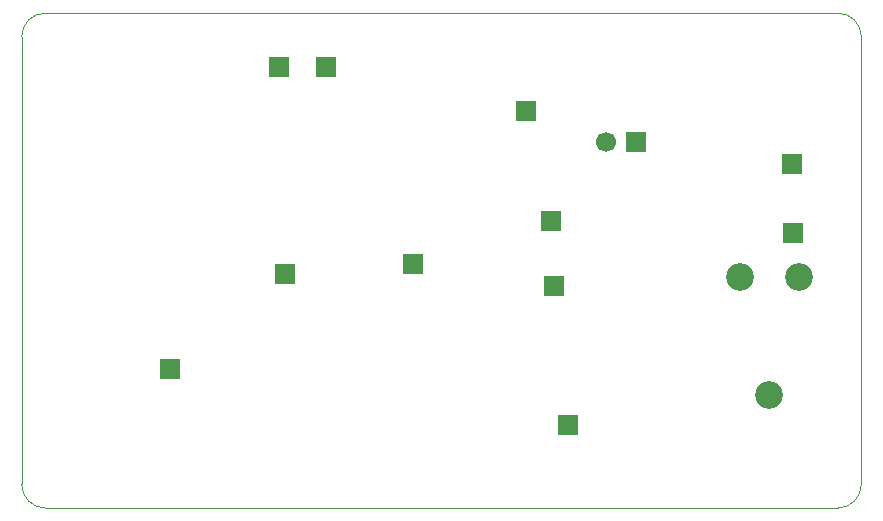
<source format=gbr>
%TF.GenerationSoftware,KiCad,Pcbnew,9.0.4*%
%TF.CreationDate,2025-12-09T22:31:04-05:00*%
%TF.ProjectId,EMG_BCI_PCB,454d475f-4243-4495-9f50-43422e6b6963,rev?*%
%TF.SameCoordinates,Original*%
%TF.FileFunction,Soldermask,Bot*%
%TF.FilePolarity,Negative*%
%FSLAX46Y46*%
G04 Gerber Fmt 4.6, Leading zero omitted, Abs format (unit mm)*
G04 Created by KiCad (PCBNEW 9.0.4) date 2025-12-09 22:31:04*
%MOMM*%
%LPD*%
G01*
G04 APERTURE LIST*
%ADD10R,1.700000X1.700000*%
%ADD11C,1.700000*%
%ADD12C,2.340000*%
%TA.AperFunction,Profile*%
%ADD13C,0.100000*%
%TD*%
G04 APERTURE END LIST*
D10*
%TO.C,TP8*%
X123350000Y-101650000D03*
%TD*%
%TO.C,TP6*%
X112500000Y-102500000D03*
%TD*%
%TO.C,TP3*%
X136500000Y-115250000D03*
%TD*%
%TO.C,TP1*%
X135250000Y-103500000D03*
%TD*%
%TO.C,TP2*%
X135000000Y-98000000D03*
%TD*%
%TO.C,J2*%
X142250000Y-91275000D03*
D11*
X139710000Y-91275000D03*
%TD*%
D10*
%TO.C,TP10*%
X155400000Y-93200000D03*
%TD*%
%TO.C,TP9*%
X132900000Y-88700000D03*
%TD*%
%TO.C,TP4*%
X155500000Y-99000000D03*
%TD*%
%TO.C,TP5*%
X112000000Y-85000000D03*
%TD*%
%TO.C,TP7*%
X116000000Y-85000000D03*
%TD*%
D12*
%TO.C,RV1*%
X151000000Y-102750000D03*
X153500000Y-112750000D03*
X156000000Y-102750000D03*
%TD*%
D10*
%TO.C,TP11*%
X102750000Y-110500000D03*
%TD*%
D13*
X161300000Y-120300000D02*
G75*
G02*
X159300000Y-122300000I-2000000J0D01*
G01*
X92200000Y-122300000D02*
G75*
G02*
X90200000Y-120300000I0J2000000D01*
G01*
X159300000Y-80400000D02*
G75*
G02*
X161300000Y-82400000I0J-2000000D01*
G01*
X90200000Y-82400000D02*
G75*
G02*
X92200000Y-80400000I2000000J0D01*
G01*
X161300000Y-82400000D02*
X161300000Y-120300000D01*
X90200000Y-120300000D02*
X90200000Y-82400000D01*
X159300000Y-122300000D02*
X92200000Y-122300000D01*
X92200000Y-80400000D02*
X159300000Y-80400000D01*
M02*

</source>
